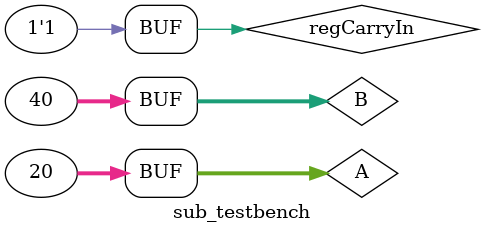
<source format=v>
`define DELAY 20
module sub_testbench();

reg [31:0] A, B, wBNot;
reg regCarryIn;

wire [31:0] wireSub;
wire wireCarryOut, wireTemp;

not_32_bit notB (B, wBNot);
adder testAdder (A, wBNot, regCarryIn, wireSub, wireCarryOut, wireTemp);


initial begin
A = 32'd25; B = 32'd15; regCarryIn = 1'd1;
#`DELAY;
A = 32'd10; B = 32'd2; regCarryIn = 1'd1;
#`DELAY;
A = 32'd190; B = 32'd25; regCarryIn = 1'd1;
#`DELAY;
A = 32'd9; B = 32'd10; regCarryIn = 1'd1;
#`DELAY;
A = 32'd19; B = 32'd11; regCarryIn = 1'd1;
#`DELAY;
A = 32'd20; B = 32'd40; regCarryIn = 1'd1;
end
 
 
initial
begin
$monitor("time = %2d, A =%d, B=%d, regCarryIn=%d, wireSub=%d, wireCarryOut=%d", $time, A, B, regCarryIn, wireSub, wireCarryOut);
end
 
endmodule

</source>
